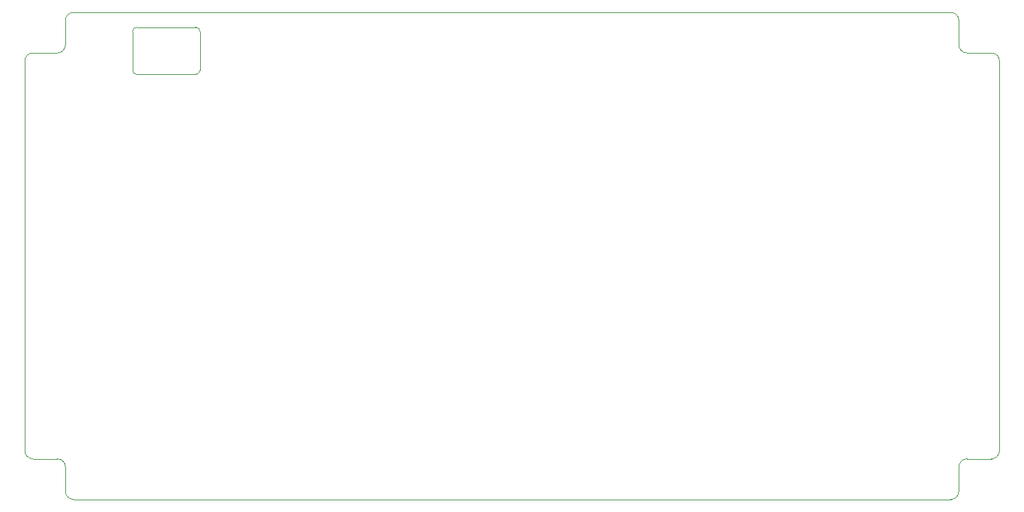
<source format=gbr>
%TF.GenerationSoftware,KiCad,Pcbnew,7.0.9*%
%TF.CreationDate,2024-08-20T09:52:59-04:00*%
%TF.ProjectId,macropad-pico,6d616372-6f70-4616-942d-7069636f2e6b,rev?*%
%TF.SameCoordinates,Original*%
%TF.FileFunction,Profile,NP*%
%FSLAX46Y46*%
G04 Gerber Fmt 4.6, Leading zero omitted, Abs format (unit mm)*
G04 Created by KiCad (PCBNEW 7.0.9) date 2024-08-20 09:52:59*
%MOMM*%
%LPD*%
G01*
G04 APERTURE LIST*
%TA.AperFunction,Profile*%
%ADD10C,0.100000*%
%TD*%
G04 APERTURE END LIST*
D10*
X118834000Y-43342000D02*
X118834000Y-38529000D01*
X119334000Y-43842000D02*
X126606000Y-43842000D01*
X110548000Y-92200000D02*
X110548000Y-95200000D01*
X225548000Y-42200000D02*
G75*
G03*
X224548000Y-41200000I-1000000J0D01*
G01*
X221548000Y-91200000D02*
X224548000Y-91200000D01*
X221548000Y-91200000D02*
G75*
G03*
X220548000Y-92200000I0J-1000000D01*
G01*
X220548000Y-95200000D02*
X220548000Y-92200000D01*
X111548000Y-36200000D02*
G75*
G03*
X110548000Y-37200000I0J-1000000D01*
G01*
X126606000Y-43842000D02*
G75*
G03*
X127106000Y-43342000I0J500000D01*
G01*
X126606000Y-38029000D02*
X119334000Y-38029000D01*
X220548000Y-40200000D02*
G75*
G03*
X221548000Y-41200000I1000000J0D01*
G01*
X105548000Y-42200000D02*
X105548000Y-90200000D01*
X221548000Y-41200000D02*
X224548000Y-41200000D01*
X109548000Y-41200000D02*
X106548000Y-41200000D01*
X106548000Y-41200000D02*
G75*
G03*
X105548000Y-42200000I0J-1000000D01*
G01*
X109548000Y-41200000D02*
G75*
G03*
X110548000Y-40200000I0J1000000D01*
G01*
X110548000Y-37200000D02*
X110548000Y-40200000D01*
X127106000Y-38529000D02*
G75*
G03*
X126606000Y-38029000I-500000J0D01*
G01*
X219548000Y-36200000D02*
X111548000Y-36200000D01*
X111548000Y-96200000D02*
X219548000Y-96200000D01*
X118834000Y-43342000D02*
G75*
G03*
X119334000Y-43842000I500000J0D01*
G01*
X224548000Y-91200000D02*
G75*
G03*
X225548000Y-90200000I0J1000000D01*
G01*
X219548000Y-96200000D02*
G75*
G03*
X220548000Y-95200000I0J1000000D01*
G01*
X110548000Y-92200000D02*
G75*
G03*
X109548000Y-91200000I-1000000J0D01*
G01*
X225548000Y-90200000D02*
X225548000Y-42200000D01*
X220548000Y-37200000D02*
X220548000Y-40200000D01*
X119334000Y-38029000D02*
G75*
G03*
X118834000Y-38529000I0J-500000D01*
G01*
X110548000Y-95200000D02*
G75*
G03*
X111548000Y-96200000I1000000J0D01*
G01*
X105548000Y-90200000D02*
G75*
G03*
X106548000Y-91200000I1000000J0D01*
G01*
X106548000Y-91200000D02*
X109548000Y-91200000D01*
X220548000Y-37200000D02*
G75*
G03*
X219548000Y-36200000I-1000000J0D01*
G01*
X127106000Y-43342000D02*
X127106000Y-38529000D01*
M02*

</source>
